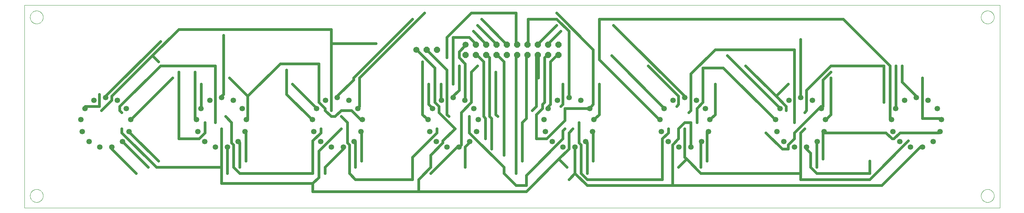
<source format=gbl>
G75*
%MOIN*%
%OFA0B0*%
%FSLAX25Y25*%
%IPPOS*%
%LPD*%
%AMOC8*
5,1,8,0,0,1.08239X$1,22.5*
%
%ADD10C,0.00000*%
%ADD11C,0.05307*%
%ADD12C,0.05937*%
%ADD13OC8,0.05937*%
%ADD14C,0.02500*%
%ADD15C,0.02400*%
D10*
X0001000Y0001000D02*
X0001000Y0197850D01*
X0945882Y0197850D01*
X0945882Y0001000D01*
X0001000Y0001000D01*
X0006512Y0012811D02*
X0006514Y0012969D01*
X0006520Y0013127D01*
X0006530Y0013285D01*
X0006544Y0013443D01*
X0006562Y0013600D01*
X0006583Y0013757D01*
X0006609Y0013913D01*
X0006639Y0014069D01*
X0006672Y0014224D01*
X0006710Y0014377D01*
X0006751Y0014530D01*
X0006796Y0014682D01*
X0006845Y0014833D01*
X0006898Y0014982D01*
X0006954Y0015130D01*
X0007014Y0015276D01*
X0007078Y0015421D01*
X0007146Y0015564D01*
X0007217Y0015706D01*
X0007291Y0015846D01*
X0007369Y0015983D01*
X0007451Y0016119D01*
X0007535Y0016253D01*
X0007624Y0016384D01*
X0007715Y0016513D01*
X0007810Y0016640D01*
X0007907Y0016765D01*
X0008008Y0016887D01*
X0008112Y0017006D01*
X0008219Y0017123D01*
X0008329Y0017237D01*
X0008442Y0017348D01*
X0008557Y0017457D01*
X0008675Y0017562D01*
X0008796Y0017664D01*
X0008919Y0017764D01*
X0009045Y0017860D01*
X0009173Y0017953D01*
X0009303Y0018043D01*
X0009436Y0018129D01*
X0009571Y0018213D01*
X0009707Y0018292D01*
X0009846Y0018369D01*
X0009987Y0018441D01*
X0010129Y0018511D01*
X0010273Y0018576D01*
X0010419Y0018638D01*
X0010566Y0018696D01*
X0010715Y0018751D01*
X0010865Y0018802D01*
X0011016Y0018849D01*
X0011168Y0018892D01*
X0011321Y0018931D01*
X0011476Y0018967D01*
X0011631Y0018998D01*
X0011787Y0019026D01*
X0011943Y0019050D01*
X0012100Y0019070D01*
X0012258Y0019086D01*
X0012415Y0019098D01*
X0012574Y0019106D01*
X0012732Y0019110D01*
X0012890Y0019110D01*
X0013048Y0019106D01*
X0013207Y0019098D01*
X0013364Y0019086D01*
X0013522Y0019070D01*
X0013679Y0019050D01*
X0013835Y0019026D01*
X0013991Y0018998D01*
X0014146Y0018967D01*
X0014301Y0018931D01*
X0014454Y0018892D01*
X0014606Y0018849D01*
X0014757Y0018802D01*
X0014907Y0018751D01*
X0015056Y0018696D01*
X0015203Y0018638D01*
X0015349Y0018576D01*
X0015493Y0018511D01*
X0015635Y0018441D01*
X0015776Y0018369D01*
X0015915Y0018292D01*
X0016051Y0018213D01*
X0016186Y0018129D01*
X0016319Y0018043D01*
X0016449Y0017953D01*
X0016577Y0017860D01*
X0016703Y0017764D01*
X0016826Y0017664D01*
X0016947Y0017562D01*
X0017065Y0017457D01*
X0017180Y0017348D01*
X0017293Y0017237D01*
X0017403Y0017123D01*
X0017510Y0017006D01*
X0017614Y0016887D01*
X0017715Y0016765D01*
X0017812Y0016640D01*
X0017907Y0016513D01*
X0017998Y0016384D01*
X0018087Y0016253D01*
X0018171Y0016119D01*
X0018253Y0015983D01*
X0018331Y0015846D01*
X0018405Y0015706D01*
X0018476Y0015564D01*
X0018544Y0015421D01*
X0018608Y0015276D01*
X0018668Y0015130D01*
X0018724Y0014982D01*
X0018777Y0014833D01*
X0018826Y0014682D01*
X0018871Y0014530D01*
X0018912Y0014377D01*
X0018950Y0014224D01*
X0018983Y0014069D01*
X0019013Y0013913D01*
X0019039Y0013757D01*
X0019060Y0013600D01*
X0019078Y0013443D01*
X0019092Y0013285D01*
X0019102Y0013127D01*
X0019108Y0012969D01*
X0019110Y0012811D01*
X0019108Y0012653D01*
X0019102Y0012495D01*
X0019092Y0012337D01*
X0019078Y0012179D01*
X0019060Y0012022D01*
X0019039Y0011865D01*
X0019013Y0011709D01*
X0018983Y0011553D01*
X0018950Y0011398D01*
X0018912Y0011245D01*
X0018871Y0011092D01*
X0018826Y0010940D01*
X0018777Y0010789D01*
X0018724Y0010640D01*
X0018668Y0010492D01*
X0018608Y0010346D01*
X0018544Y0010201D01*
X0018476Y0010058D01*
X0018405Y0009916D01*
X0018331Y0009776D01*
X0018253Y0009639D01*
X0018171Y0009503D01*
X0018087Y0009369D01*
X0017998Y0009238D01*
X0017907Y0009109D01*
X0017812Y0008982D01*
X0017715Y0008857D01*
X0017614Y0008735D01*
X0017510Y0008616D01*
X0017403Y0008499D01*
X0017293Y0008385D01*
X0017180Y0008274D01*
X0017065Y0008165D01*
X0016947Y0008060D01*
X0016826Y0007958D01*
X0016703Y0007858D01*
X0016577Y0007762D01*
X0016449Y0007669D01*
X0016319Y0007579D01*
X0016186Y0007493D01*
X0016051Y0007409D01*
X0015915Y0007330D01*
X0015776Y0007253D01*
X0015635Y0007181D01*
X0015493Y0007111D01*
X0015349Y0007046D01*
X0015203Y0006984D01*
X0015056Y0006926D01*
X0014907Y0006871D01*
X0014757Y0006820D01*
X0014606Y0006773D01*
X0014454Y0006730D01*
X0014301Y0006691D01*
X0014146Y0006655D01*
X0013991Y0006624D01*
X0013835Y0006596D01*
X0013679Y0006572D01*
X0013522Y0006552D01*
X0013364Y0006536D01*
X0013207Y0006524D01*
X0013048Y0006516D01*
X0012890Y0006512D01*
X0012732Y0006512D01*
X0012574Y0006516D01*
X0012415Y0006524D01*
X0012258Y0006536D01*
X0012100Y0006552D01*
X0011943Y0006572D01*
X0011787Y0006596D01*
X0011631Y0006624D01*
X0011476Y0006655D01*
X0011321Y0006691D01*
X0011168Y0006730D01*
X0011016Y0006773D01*
X0010865Y0006820D01*
X0010715Y0006871D01*
X0010566Y0006926D01*
X0010419Y0006984D01*
X0010273Y0007046D01*
X0010129Y0007111D01*
X0009987Y0007181D01*
X0009846Y0007253D01*
X0009707Y0007330D01*
X0009571Y0007409D01*
X0009436Y0007493D01*
X0009303Y0007579D01*
X0009173Y0007669D01*
X0009045Y0007762D01*
X0008919Y0007858D01*
X0008796Y0007958D01*
X0008675Y0008060D01*
X0008557Y0008165D01*
X0008442Y0008274D01*
X0008329Y0008385D01*
X0008219Y0008499D01*
X0008112Y0008616D01*
X0008008Y0008735D01*
X0007907Y0008857D01*
X0007810Y0008982D01*
X0007715Y0009109D01*
X0007624Y0009238D01*
X0007535Y0009369D01*
X0007451Y0009503D01*
X0007369Y0009639D01*
X0007291Y0009776D01*
X0007217Y0009916D01*
X0007146Y0010058D01*
X0007078Y0010201D01*
X0007014Y0010346D01*
X0006954Y0010492D01*
X0006898Y0010640D01*
X0006845Y0010789D01*
X0006796Y0010940D01*
X0006751Y0011092D01*
X0006710Y0011245D01*
X0006672Y0011398D01*
X0006639Y0011553D01*
X0006609Y0011709D01*
X0006583Y0011865D01*
X0006562Y0012022D01*
X0006544Y0012179D01*
X0006530Y0012337D01*
X0006520Y0012495D01*
X0006514Y0012653D01*
X0006512Y0012811D01*
X0006512Y0186039D02*
X0006514Y0186197D01*
X0006520Y0186355D01*
X0006530Y0186513D01*
X0006544Y0186671D01*
X0006562Y0186828D01*
X0006583Y0186985D01*
X0006609Y0187141D01*
X0006639Y0187297D01*
X0006672Y0187452D01*
X0006710Y0187605D01*
X0006751Y0187758D01*
X0006796Y0187910D01*
X0006845Y0188061D01*
X0006898Y0188210D01*
X0006954Y0188358D01*
X0007014Y0188504D01*
X0007078Y0188649D01*
X0007146Y0188792D01*
X0007217Y0188934D01*
X0007291Y0189074D01*
X0007369Y0189211D01*
X0007451Y0189347D01*
X0007535Y0189481D01*
X0007624Y0189612D01*
X0007715Y0189741D01*
X0007810Y0189868D01*
X0007907Y0189993D01*
X0008008Y0190115D01*
X0008112Y0190234D01*
X0008219Y0190351D01*
X0008329Y0190465D01*
X0008442Y0190576D01*
X0008557Y0190685D01*
X0008675Y0190790D01*
X0008796Y0190892D01*
X0008919Y0190992D01*
X0009045Y0191088D01*
X0009173Y0191181D01*
X0009303Y0191271D01*
X0009436Y0191357D01*
X0009571Y0191441D01*
X0009707Y0191520D01*
X0009846Y0191597D01*
X0009987Y0191669D01*
X0010129Y0191739D01*
X0010273Y0191804D01*
X0010419Y0191866D01*
X0010566Y0191924D01*
X0010715Y0191979D01*
X0010865Y0192030D01*
X0011016Y0192077D01*
X0011168Y0192120D01*
X0011321Y0192159D01*
X0011476Y0192195D01*
X0011631Y0192226D01*
X0011787Y0192254D01*
X0011943Y0192278D01*
X0012100Y0192298D01*
X0012258Y0192314D01*
X0012415Y0192326D01*
X0012574Y0192334D01*
X0012732Y0192338D01*
X0012890Y0192338D01*
X0013048Y0192334D01*
X0013207Y0192326D01*
X0013364Y0192314D01*
X0013522Y0192298D01*
X0013679Y0192278D01*
X0013835Y0192254D01*
X0013991Y0192226D01*
X0014146Y0192195D01*
X0014301Y0192159D01*
X0014454Y0192120D01*
X0014606Y0192077D01*
X0014757Y0192030D01*
X0014907Y0191979D01*
X0015056Y0191924D01*
X0015203Y0191866D01*
X0015349Y0191804D01*
X0015493Y0191739D01*
X0015635Y0191669D01*
X0015776Y0191597D01*
X0015915Y0191520D01*
X0016051Y0191441D01*
X0016186Y0191357D01*
X0016319Y0191271D01*
X0016449Y0191181D01*
X0016577Y0191088D01*
X0016703Y0190992D01*
X0016826Y0190892D01*
X0016947Y0190790D01*
X0017065Y0190685D01*
X0017180Y0190576D01*
X0017293Y0190465D01*
X0017403Y0190351D01*
X0017510Y0190234D01*
X0017614Y0190115D01*
X0017715Y0189993D01*
X0017812Y0189868D01*
X0017907Y0189741D01*
X0017998Y0189612D01*
X0018087Y0189481D01*
X0018171Y0189347D01*
X0018253Y0189211D01*
X0018331Y0189074D01*
X0018405Y0188934D01*
X0018476Y0188792D01*
X0018544Y0188649D01*
X0018608Y0188504D01*
X0018668Y0188358D01*
X0018724Y0188210D01*
X0018777Y0188061D01*
X0018826Y0187910D01*
X0018871Y0187758D01*
X0018912Y0187605D01*
X0018950Y0187452D01*
X0018983Y0187297D01*
X0019013Y0187141D01*
X0019039Y0186985D01*
X0019060Y0186828D01*
X0019078Y0186671D01*
X0019092Y0186513D01*
X0019102Y0186355D01*
X0019108Y0186197D01*
X0019110Y0186039D01*
X0019108Y0185881D01*
X0019102Y0185723D01*
X0019092Y0185565D01*
X0019078Y0185407D01*
X0019060Y0185250D01*
X0019039Y0185093D01*
X0019013Y0184937D01*
X0018983Y0184781D01*
X0018950Y0184626D01*
X0018912Y0184473D01*
X0018871Y0184320D01*
X0018826Y0184168D01*
X0018777Y0184017D01*
X0018724Y0183868D01*
X0018668Y0183720D01*
X0018608Y0183574D01*
X0018544Y0183429D01*
X0018476Y0183286D01*
X0018405Y0183144D01*
X0018331Y0183004D01*
X0018253Y0182867D01*
X0018171Y0182731D01*
X0018087Y0182597D01*
X0017998Y0182466D01*
X0017907Y0182337D01*
X0017812Y0182210D01*
X0017715Y0182085D01*
X0017614Y0181963D01*
X0017510Y0181844D01*
X0017403Y0181727D01*
X0017293Y0181613D01*
X0017180Y0181502D01*
X0017065Y0181393D01*
X0016947Y0181288D01*
X0016826Y0181186D01*
X0016703Y0181086D01*
X0016577Y0180990D01*
X0016449Y0180897D01*
X0016319Y0180807D01*
X0016186Y0180721D01*
X0016051Y0180637D01*
X0015915Y0180558D01*
X0015776Y0180481D01*
X0015635Y0180409D01*
X0015493Y0180339D01*
X0015349Y0180274D01*
X0015203Y0180212D01*
X0015056Y0180154D01*
X0014907Y0180099D01*
X0014757Y0180048D01*
X0014606Y0180001D01*
X0014454Y0179958D01*
X0014301Y0179919D01*
X0014146Y0179883D01*
X0013991Y0179852D01*
X0013835Y0179824D01*
X0013679Y0179800D01*
X0013522Y0179780D01*
X0013364Y0179764D01*
X0013207Y0179752D01*
X0013048Y0179744D01*
X0012890Y0179740D01*
X0012732Y0179740D01*
X0012574Y0179744D01*
X0012415Y0179752D01*
X0012258Y0179764D01*
X0012100Y0179780D01*
X0011943Y0179800D01*
X0011787Y0179824D01*
X0011631Y0179852D01*
X0011476Y0179883D01*
X0011321Y0179919D01*
X0011168Y0179958D01*
X0011016Y0180001D01*
X0010865Y0180048D01*
X0010715Y0180099D01*
X0010566Y0180154D01*
X0010419Y0180212D01*
X0010273Y0180274D01*
X0010129Y0180339D01*
X0009987Y0180409D01*
X0009846Y0180481D01*
X0009707Y0180558D01*
X0009571Y0180637D01*
X0009436Y0180721D01*
X0009303Y0180807D01*
X0009173Y0180897D01*
X0009045Y0180990D01*
X0008919Y0181086D01*
X0008796Y0181186D01*
X0008675Y0181288D01*
X0008557Y0181393D01*
X0008442Y0181502D01*
X0008329Y0181613D01*
X0008219Y0181727D01*
X0008112Y0181844D01*
X0008008Y0181963D01*
X0007907Y0182085D01*
X0007810Y0182210D01*
X0007715Y0182337D01*
X0007624Y0182466D01*
X0007535Y0182597D01*
X0007451Y0182731D01*
X0007369Y0182867D01*
X0007291Y0183004D01*
X0007217Y0183144D01*
X0007146Y0183286D01*
X0007078Y0183429D01*
X0007014Y0183574D01*
X0006954Y0183720D01*
X0006898Y0183868D01*
X0006845Y0184017D01*
X0006796Y0184168D01*
X0006751Y0184320D01*
X0006710Y0184473D01*
X0006672Y0184626D01*
X0006639Y0184781D01*
X0006609Y0184937D01*
X0006583Y0185093D01*
X0006562Y0185250D01*
X0006544Y0185407D01*
X0006530Y0185565D01*
X0006520Y0185723D01*
X0006514Y0185881D01*
X0006512Y0186039D01*
X0927772Y0186039D02*
X0927774Y0186197D01*
X0927780Y0186355D01*
X0927790Y0186513D01*
X0927804Y0186671D01*
X0927822Y0186828D01*
X0927843Y0186985D01*
X0927869Y0187141D01*
X0927899Y0187297D01*
X0927932Y0187452D01*
X0927970Y0187605D01*
X0928011Y0187758D01*
X0928056Y0187910D01*
X0928105Y0188061D01*
X0928158Y0188210D01*
X0928214Y0188358D01*
X0928274Y0188504D01*
X0928338Y0188649D01*
X0928406Y0188792D01*
X0928477Y0188934D01*
X0928551Y0189074D01*
X0928629Y0189211D01*
X0928711Y0189347D01*
X0928795Y0189481D01*
X0928884Y0189612D01*
X0928975Y0189741D01*
X0929070Y0189868D01*
X0929167Y0189993D01*
X0929268Y0190115D01*
X0929372Y0190234D01*
X0929479Y0190351D01*
X0929589Y0190465D01*
X0929702Y0190576D01*
X0929817Y0190685D01*
X0929935Y0190790D01*
X0930056Y0190892D01*
X0930179Y0190992D01*
X0930305Y0191088D01*
X0930433Y0191181D01*
X0930563Y0191271D01*
X0930696Y0191357D01*
X0930831Y0191441D01*
X0930967Y0191520D01*
X0931106Y0191597D01*
X0931247Y0191669D01*
X0931389Y0191739D01*
X0931533Y0191804D01*
X0931679Y0191866D01*
X0931826Y0191924D01*
X0931975Y0191979D01*
X0932125Y0192030D01*
X0932276Y0192077D01*
X0932428Y0192120D01*
X0932581Y0192159D01*
X0932736Y0192195D01*
X0932891Y0192226D01*
X0933047Y0192254D01*
X0933203Y0192278D01*
X0933360Y0192298D01*
X0933518Y0192314D01*
X0933675Y0192326D01*
X0933834Y0192334D01*
X0933992Y0192338D01*
X0934150Y0192338D01*
X0934308Y0192334D01*
X0934467Y0192326D01*
X0934624Y0192314D01*
X0934782Y0192298D01*
X0934939Y0192278D01*
X0935095Y0192254D01*
X0935251Y0192226D01*
X0935406Y0192195D01*
X0935561Y0192159D01*
X0935714Y0192120D01*
X0935866Y0192077D01*
X0936017Y0192030D01*
X0936167Y0191979D01*
X0936316Y0191924D01*
X0936463Y0191866D01*
X0936609Y0191804D01*
X0936753Y0191739D01*
X0936895Y0191669D01*
X0937036Y0191597D01*
X0937175Y0191520D01*
X0937311Y0191441D01*
X0937446Y0191357D01*
X0937579Y0191271D01*
X0937709Y0191181D01*
X0937837Y0191088D01*
X0937963Y0190992D01*
X0938086Y0190892D01*
X0938207Y0190790D01*
X0938325Y0190685D01*
X0938440Y0190576D01*
X0938553Y0190465D01*
X0938663Y0190351D01*
X0938770Y0190234D01*
X0938874Y0190115D01*
X0938975Y0189993D01*
X0939072Y0189868D01*
X0939167Y0189741D01*
X0939258Y0189612D01*
X0939347Y0189481D01*
X0939431Y0189347D01*
X0939513Y0189211D01*
X0939591Y0189074D01*
X0939665Y0188934D01*
X0939736Y0188792D01*
X0939804Y0188649D01*
X0939868Y0188504D01*
X0939928Y0188358D01*
X0939984Y0188210D01*
X0940037Y0188061D01*
X0940086Y0187910D01*
X0940131Y0187758D01*
X0940172Y0187605D01*
X0940210Y0187452D01*
X0940243Y0187297D01*
X0940273Y0187141D01*
X0940299Y0186985D01*
X0940320Y0186828D01*
X0940338Y0186671D01*
X0940352Y0186513D01*
X0940362Y0186355D01*
X0940368Y0186197D01*
X0940370Y0186039D01*
X0940368Y0185881D01*
X0940362Y0185723D01*
X0940352Y0185565D01*
X0940338Y0185407D01*
X0940320Y0185250D01*
X0940299Y0185093D01*
X0940273Y0184937D01*
X0940243Y0184781D01*
X0940210Y0184626D01*
X0940172Y0184473D01*
X0940131Y0184320D01*
X0940086Y0184168D01*
X0940037Y0184017D01*
X0939984Y0183868D01*
X0939928Y0183720D01*
X0939868Y0183574D01*
X0939804Y0183429D01*
X0939736Y0183286D01*
X0939665Y0183144D01*
X0939591Y0183004D01*
X0939513Y0182867D01*
X0939431Y0182731D01*
X0939347Y0182597D01*
X0939258Y0182466D01*
X0939167Y0182337D01*
X0939072Y0182210D01*
X0938975Y0182085D01*
X0938874Y0181963D01*
X0938770Y0181844D01*
X0938663Y0181727D01*
X0938553Y0181613D01*
X0938440Y0181502D01*
X0938325Y0181393D01*
X0938207Y0181288D01*
X0938086Y0181186D01*
X0937963Y0181086D01*
X0937837Y0180990D01*
X0937709Y0180897D01*
X0937579Y0180807D01*
X0937446Y0180721D01*
X0937311Y0180637D01*
X0937175Y0180558D01*
X0937036Y0180481D01*
X0936895Y0180409D01*
X0936753Y0180339D01*
X0936609Y0180274D01*
X0936463Y0180212D01*
X0936316Y0180154D01*
X0936167Y0180099D01*
X0936017Y0180048D01*
X0935866Y0180001D01*
X0935714Y0179958D01*
X0935561Y0179919D01*
X0935406Y0179883D01*
X0935251Y0179852D01*
X0935095Y0179824D01*
X0934939Y0179800D01*
X0934782Y0179780D01*
X0934624Y0179764D01*
X0934467Y0179752D01*
X0934308Y0179744D01*
X0934150Y0179740D01*
X0933992Y0179740D01*
X0933834Y0179744D01*
X0933675Y0179752D01*
X0933518Y0179764D01*
X0933360Y0179780D01*
X0933203Y0179800D01*
X0933047Y0179824D01*
X0932891Y0179852D01*
X0932736Y0179883D01*
X0932581Y0179919D01*
X0932428Y0179958D01*
X0932276Y0180001D01*
X0932125Y0180048D01*
X0931975Y0180099D01*
X0931826Y0180154D01*
X0931679Y0180212D01*
X0931533Y0180274D01*
X0931389Y0180339D01*
X0931247Y0180409D01*
X0931106Y0180481D01*
X0930967Y0180558D01*
X0930831Y0180637D01*
X0930696Y0180721D01*
X0930563Y0180807D01*
X0930433Y0180897D01*
X0930305Y0180990D01*
X0930179Y0181086D01*
X0930056Y0181186D01*
X0929935Y0181288D01*
X0929817Y0181393D01*
X0929702Y0181502D01*
X0929589Y0181613D01*
X0929479Y0181727D01*
X0929372Y0181844D01*
X0929268Y0181963D01*
X0929167Y0182085D01*
X0929070Y0182210D01*
X0928975Y0182337D01*
X0928884Y0182466D01*
X0928795Y0182597D01*
X0928711Y0182731D01*
X0928629Y0182867D01*
X0928551Y0183004D01*
X0928477Y0183144D01*
X0928406Y0183286D01*
X0928338Y0183429D01*
X0928274Y0183574D01*
X0928214Y0183720D01*
X0928158Y0183868D01*
X0928105Y0184017D01*
X0928056Y0184168D01*
X0928011Y0184320D01*
X0927970Y0184473D01*
X0927932Y0184626D01*
X0927899Y0184781D01*
X0927869Y0184937D01*
X0927843Y0185093D01*
X0927822Y0185250D01*
X0927804Y0185407D01*
X0927790Y0185565D01*
X0927780Y0185723D01*
X0927774Y0185881D01*
X0927772Y0186039D01*
X0927772Y0012811D02*
X0927774Y0012969D01*
X0927780Y0013127D01*
X0927790Y0013285D01*
X0927804Y0013443D01*
X0927822Y0013600D01*
X0927843Y0013757D01*
X0927869Y0013913D01*
X0927899Y0014069D01*
X0927932Y0014224D01*
X0927970Y0014377D01*
X0928011Y0014530D01*
X0928056Y0014682D01*
X0928105Y0014833D01*
X0928158Y0014982D01*
X0928214Y0015130D01*
X0928274Y0015276D01*
X0928338Y0015421D01*
X0928406Y0015564D01*
X0928477Y0015706D01*
X0928551Y0015846D01*
X0928629Y0015983D01*
X0928711Y0016119D01*
X0928795Y0016253D01*
X0928884Y0016384D01*
X0928975Y0016513D01*
X0929070Y0016640D01*
X0929167Y0016765D01*
X0929268Y0016887D01*
X0929372Y0017006D01*
X0929479Y0017123D01*
X0929589Y0017237D01*
X0929702Y0017348D01*
X0929817Y0017457D01*
X0929935Y0017562D01*
X0930056Y0017664D01*
X0930179Y0017764D01*
X0930305Y0017860D01*
X0930433Y0017953D01*
X0930563Y0018043D01*
X0930696Y0018129D01*
X0930831Y0018213D01*
X0930967Y0018292D01*
X0931106Y0018369D01*
X0931247Y0018441D01*
X0931389Y0018511D01*
X0931533Y0018576D01*
X0931679Y0018638D01*
X0931826Y0018696D01*
X0931975Y0018751D01*
X0932125Y0018802D01*
X0932276Y0018849D01*
X0932428Y0018892D01*
X0932581Y0018931D01*
X0932736Y0018967D01*
X0932891Y0018998D01*
X0933047Y0019026D01*
X0933203Y0019050D01*
X0933360Y0019070D01*
X0933518Y0019086D01*
X0933675Y0019098D01*
X0933834Y0019106D01*
X0933992Y0019110D01*
X0934150Y0019110D01*
X0934308Y0019106D01*
X0934467Y0019098D01*
X0934624Y0019086D01*
X0934782Y0019070D01*
X0934939Y0019050D01*
X0935095Y0019026D01*
X0935251Y0018998D01*
X0935406Y0018967D01*
X0935561Y0018931D01*
X0935714Y0018892D01*
X0935866Y0018849D01*
X0936017Y0018802D01*
X0936167Y0018751D01*
X0936316Y0018696D01*
X0936463Y0018638D01*
X0936609Y0018576D01*
X0936753Y0018511D01*
X0936895Y0018441D01*
X0937036Y0018369D01*
X0937175Y0018292D01*
X0937311Y0018213D01*
X0937446Y0018129D01*
X0937579Y0018043D01*
X0937709Y0017953D01*
X0937837Y0017860D01*
X0937963Y0017764D01*
X0938086Y0017664D01*
X0938207Y0017562D01*
X0938325Y0017457D01*
X0938440Y0017348D01*
X0938553Y0017237D01*
X0938663Y0017123D01*
X0938770Y0017006D01*
X0938874Y0016887D01*
X0938975Y0016765D01*
X0939072Y0016640D01*
X0939167Y0016513D01*
X0939258Y0016384D01*
X0939347Y0016253D01*
X0939431Y0016119D01*
X0939513Y0015983D01*
X0939591Y0015846D01*
X0939665Y0015706D01*
X0939736Y0015564D01*
X0939804Y0015421D01*
X0939868Y0015276D01*
X0939928Y0015130D01*
X0939984Y0014982D01*
X0940037Y0014833D01*
X0940086Y0014682D01*
X0940131Y0014530D01*
X0940172Y0014377D01*
X0940210Y0014224D01*
X0940243Y0014069D01*
X0940273Y0013913D01*
X0940299Y0013757D01*
X0940320Y0013600D01*
X0940338Y0013443D01*
X0940352Y0013285D01*
X0940362Y0013127D01*
X0940368Y0012969D01*
X0940370Y0012811D01*
X0940368Y0012653D01*
X0940362Y0012495D01*
X0940352Y0012337D01*
X0940338Y0012179D01*
X0940320Y0012022D01*
X0940299Y0011865D01*
X0940273Y0011709D01*
X0940243Y0011553D01*
X0940210Y0011398D01*
X0940172Y0011245D01*
X0940131Y0011092D01*
X0940086Y0010940D01*
X0940037Y0010789D01*
X0939984Y0010640D01*
X0939928Y0010492D01*
X0939868Y0010346D01*
X0939804Y0010201D01*
X0939736Y0010058D01*
X0939665Y0009916D01*
X0939591Y0009776D01*
X0939513Y0009639D01*
X0939431Y0009503D01*
X0939347Y0009369D01*
X0939258Y0009238D01*
X0939167Y0009109D01*
X0939072Y0008982D01*
X0938975Y0008857D01*
X0938874Y0008735D01*
X0938770Y0008616D01*
X0938663Y0008499D01*
X0938553Y0008385D01*
X0938440Y0008274D01*
X0938325Y0008165D01*
X0938207Y0008060D01*
X0938086Y0007958D01*
X0937963Y0007858D01*
X0937837Y0007762D01*
X0937709Y0007669D01*
X0937579Y0007579D01*
X0937446Y0007493D01*
X0937311Y0007409D01*
X0937175Y0007330D01*
X0937036Y0007253D01*
X0936895Y0007181D01*
X0936753Y0007111D01*
X0936609Y0007046D01*
X0936463Y0006984D01*
X0936316Y0006926D01*
X0936167Y0006871D01*
X0936017Y0006820D01*
X0935866Y0006773D01*
X0935714Y0006730D01*
X0935561Y0006691D01*
X0935406Y0006655D01*
X0935251Y0006624D01*
X0935095Y0006596D01*
X0934939Y0006572D01*
X0934782Y0006552D01*
X0934624Y0006536D01*
X0934467Y0006524D01*
X0934308Y0006516D01*
X0934150Y0006512D01*
X0933992Y0006512D01*
X0933834Y0006516D01*
X0933675Y0006524D01*
X0933518Y0006536D01*
X0933360Y0006552D01*
X0933203Y0006572D01*
X0933047Y0006596D01*
X0932891Y0006624D01*
X0932736Y0006655D01*
X0932581Y0006691D01*
X0932428Y0006730D01*
X0932276Y0006773D01*
X0932125Y0006820D01*
X0931975Y0006871D01*
X0931826Y0006926D01*
X0931679Y0006984D01*
X0931533Y0007046D01*
X0931389Y0007111D01*
X0931247Y0007181D01*
X0931106Y0007253D01*
X0930967Y0007330D01*
X0930831Y0007409D01*
X0930696Y0007493D01*
X0930563Y0007579D01*
X0930433Y0007669D01*
X0930305Y0007762D01*
X0930179Y0007858D01*
X0930056Y0007958D01*
X0929935Y0008060D01*
X0929817Y0008165D01*
X0929702Y0008274D01*
X0929589Y0008385D01*
X0929479Y0008499D01*
X0929372Y0008616D01*
X0929268Y0008735D01*
X0929167Y0008857D01*
X0929070Y0008982D01*
X0928975Y0009109D01*
X0928884Y0009238D01*
X0928795Y0009369D01*
X0928711Y0009503D01*
X0928629Y0009639D01*
X0928551Y0009776D01*
X0928477Y0009916D01*
X0928406Y0010058D01*
X0928338Y0010201D01*
X0928274Y0010346D01*
X0928214Y0010492D01*
X0928158Y0010640D01*
X0928105Y0010789D01*
X0928056Y0010940D01*
X0928011Y0011092D01*
X0927970Y0011245D01*
X0927932Y0011398D01*
X0927899Y0011553D01*
X0927869Y0011709D01*
X0927843Y0011865D01*
X0927822Y0012022D01*
X0927804Y0012179D01*
X0927790Y0012337D01*
X0927780Y0012495D01*
X0927774Y0012653D01*
X0927772Y0012811D01*
D11*
X0871005Y0060015D03*
X0859341Y0060015D03*
X0849013Y0065436D03*
X0881333Y0065436D03*
X0887959Y0075035D03*
X0842387Y0075035D03*
X0840981Y0086615D03*
X0889365Y0086615D03*
X0885229Y0097521D03*
X0876498Y0105256D03*
X0865173Y0108047D03*
X0853848Y0105256D03*
X0845117Y0097521D03*
X0777161Y0086615D03*
X0773024Y0097521D03*
X0764294Y0105256D03*
X0752969Y0108047D03*
X0741643Y0105256D03*
X0732913Y0097521D03*
X0728776Y0086615D03*
X0730182Y0075035D03*
X0775755Y0075035D03*
X0769129Y0065436D03*
X0758800Y0060015D03*
X0747137Y0060015D03*
X0736808Y0065436D03*
X0663550Y0075035D03*
X0656924Y0065436D03*
X0646596Y0060015D03*
X0634932Y0060015D03*
X0624604Y0065436D03*
X0617978Y0075035D03*
X0616572Y0086615D03*
X0664956Y0086615D03*
X0660820Y0097521D03*
X0652089Y0105256D03*
X0640764Y0108047D03*
X0629439Y0105256D03*
X0620708Y0097521D03*
X0552751Y0086615D03*
X0504367Y0086615D03*
X0508503Y0097521D03*
X0517234Y0105256D03*
X0528559Y0108047D03*
X0539884Y0105256D03*
X0548615Y0097521D03*
X0440546Y0086615D03*
X0392162Y0086615D03*
X0396298Y0097521D03*
X0405029Y0105256D03*
X0416354Y0108047D03*
X0427680Y0105256D03*
X0436410Y0097521D03*
X0439141Y0075035D03*
X0432515Y0065436D03*
X0422186Y0060015D03*
X0410522Y0060015D03*
X0400194Y0065436D03*
X0393568Y0075035D03*
X0328342Y0086615D03*
X0279957Y0086615D03*
X0284094Y0097521D03*
X0292824Y0105256D03*
X0304150Y0108047D03*
X0315475Y0105256D03*
X0324206Y0097521D03*
X0326936Y0075035D03*
X0320310Y0065436D03*
X0309981Y0060015D03*
X0298318Y0060015D03*
X0287989Y0065436D03*
X0281363Y0075035D03*
X0216137Y0086615D03*
X0167753Y0086615D03*
X0171889Y0097521D03*
X0180620Y0105256D03*
X0191945Y0108047D03*
X0203270Y0105256D03*
X0212001Y0097521D03*
X0214731Y0075035D03*
X0208105Y0065436D03*
X0197777Y0060015D03*
X0186113Y0060015D03*
X0175785Y0065436D03*
X0169159Y0075035D03*
X0103932Y0086615D03*
X0055548Y0086615D03*
X0059684Y0097521D03*
X0068415Y0105256D03*
X0079740Y0108047D03*
X0091065Y0105256D03*
X0099796Y0097521D03*
X0102526Y0075035D03*
X0056954Y0075035D03*
X0063580Y0065436D03*
X0073908Y0060015D03*
X0085572Y0060015D03*
X0095900Y0065436D03*
X0505773Y0075035D03*
X0512399Y0065436D03*
X0522727Y0060015D03*
X0534391Y0060015D03*
X0544719Y0065436D03*
X0551345Y0075035D03*
D12*
X0380764Y0154543D03*
X0428441Y0159543D03*
D13*
X0438441Y0159543D03*
X0448441Y0159543D03*
X0458441Y0159543D03*
X0468441Y0159543D03*
X0478441Y0159543D03*
X0488441Y0159543D03*
X0498441Y0159543D03*
X0508441Y0159543D03*
X0518441Y0159543D03*
X0518441Y0149543D03*
X0508441Y0149543D03*
X0498441Y0149543D03*
X0488441Y0149543D03*
X0478441Y0149543D03*
X0468441Y0149543D03*
X0458441Y0149543D03*
X0448441Y0149543D03*
X0438441Y0149543D03*
X0428441Y0149543D03*
X0400764Y0154543D03*
X0390764Y0154543D03*
D14*
X0410449Y0134858D01*
X0410449Y0126984D01*
X0410449Y0091551D01*
X0412417Y0089583D01*
X0402575Y0093520D02*
X0402575Y0099425D01*
X0398638Y0103362D01*
X0398638Y0136827D01*
X0380921Y0154543D01*
X0380764Y0154543D01*
X0410449Y0146669D02*
X0410449Y0166354D01*
X0434071Y0189976D01*
X0477378Y0189976D01*
X0477378Y0160449D01*
X0478441Y0159543D01*
X0488441Y0159543D02*
X0489189Y0160449D01*
X0489189Y0184071D01*
X0516748Y0184071D01*
X0528559Y0172260D01*
X0528559Y0108047D01*
X0504937Y0103362D02*
X0504937Y0146669D01*
X0506906Y0148638D01*
X0508441Y0149543D01*
X0510843Y0142732D02*
X0516748Y0148638D01*
X0518441Y0149543D01*
X0499031Y0148638D02*
X0498441Y0149543D01*
X0497063Y0148638D01*
X0497063Y0099425D01*
X0493126Y0095488D01*
X0497063Y0091551D02*
X0502969Y0097457D01*
X0502969Y0101394D01*
X0504937Y0103362D01*
X0508874Y0099425D02*
X0508503Y0097521D01*
X0508874Y0099425D02*
X0510843Y0101394D01*
X0510843Y0142732D01*
X0499031Y0148638D02*
X0499031Y0126984D01*
X0522654Y0121079D02*
X0522654Y0101394D01*
X0520685Y0099425D01*
X0524622Y0097457D02*
X0524622Y0085646D01*
X0506906Y0067929D01*
X0497063Y0067929D01*
X0497063Y0091551D01*
X0487220Y0087614D02*
X0487220Y0148638D01*
X0488441Y0149543D01*
X0478441Y0149543D02*
X0477378Y0148638D01*
X0477378Y0034465D01*
X0487220Y0032496D02*
X0522654Y0067929D01*
X0522654Y0075803D01*
X0524622Y0077772D01*
X0528559Y0073835D02*
X0532496Y0077772D01*
X0528559Y0073835D02*
X0528559Y0058087D01*
X0518717Y0048244D01*
X0526591Y0040370D01*
X0534465Y0034465D02*
X0528559Y0028559D01*
X0540370Y0034465D02*
X0546276Y0028559D01*
X0619110Y0028559D01*
X0619110Y0067929D01*
X0625016Y0073835D01*
X0625016Y0077772D01*
X0634858Y0077772D02*
X0640764Y0083677D01*
X0646669Y0083677D01*
X0646669Y0060055D01*
X0646596Y0060015D01*
X0656512Y0063992D02*
X0656924Y0065436D01*
X0656512Y0063992D02*
X0656512Y0040370D01*
X0642732Y0048244D02*
X0634858Y0040370D01*
X0642732Y0048244D02*
X0656512Y0034465D01*
X0752969Y0034465D01*
X0752969Y0028559D01*
X0819898Y0028559D01*
X0857299Y0065961D01*
X0849425Y0073835D02*
X0843520Y0067929D01*
X0841551Y0067929D01*
X0835646Y0073835D01*
X0776591Y0073835D01*
X0775755Y0075035D01*
X0774622Y0073835D01*
X0774622Y0048244D01*
X0762811Y0054150D02*
X0762811Y0040370D01*
X0768717Y0034465D01*
X0819898Y0034465D01*
X0819898Y0046276D01*
X0768717Y0040370D02*
X0768717Y0063992D01*
X0769129Y0065436D01*
X0758800Y0060015D02*
X0758874Y0058087D01*
X0762811Y0054150D01*
X0741157Y0058087D02*
X0741157Y0062024D01*
X0747063Y0067929D01*
X0747063Y0073835D01*
X0772654Y0099425D01*
X0773024Y0097521D01*
X0774622Y0099425D01*
X0774622Y0125016D01*
X0782496Y0132890D01*
X0782496Y0138795D02*
X0833677Y0138795D01*
X0833677Y0103362D01*
X0845488Y0099425D02*
X0845117Y0097521D01*
X0845488Y0099425D02*
X0845488Y0138795D01*
X0839583Y0138795D02*
X0794307Y0184071D01*
X0558087Y0184071D01*
X0558087Y0164386D01*
X0558087Y0144701D01*
X0615173Y0087614D01*
X0616572Y0086615D01*
X0652575Y0083677D02*
X0652575Y0097457D01*
X0658480Y0103362D01*
X0658480Y0136827D01*
X0678165Y0136827D01*
X0727378Y0087614D01*
X0728776Y0086615D01*
X0747063Y0083677D02*
X0747063Y0154543D01*
X0670291Y0154543D01*
X0646669Y0130921D01*
X0646669Y0095488D01*
X0644701Y0093520D01*
X0666354Y0087614D02*
X0670291Y0091551D01*
X0670291Y0121079D01*
X0640764Y0109268D02*
X0640764Y0108047D01*
X0640764Y0109268D02*
X0571866Y0178165D01*
X0552181Y0154543D02*
X0516748Y0189976D01*
X0516748Y0178165D02*
X0499031Y0160449D01*
X0498441Y0159543D01*
X0508441Y0159543D02*
X0508874Y0160449D01*
X0520685Y0172260D01*
X0468441Y0159543D02*
X0443913Y0184071D01*
X0439976Y0178165D02*
X0457693Y0160449D01*
X0458441Y0159543D01*
X0448441Y0159543D02*
X0447850Y0160449D01*
X0436039Y0172260D01*
X0432102Y0166354D02*
X0416354Y0166354D01*
X0416354Y0121079D01*
X0404543Y0121079D02*
X0404543Y0105331D01*
X0405029Y0105256D01*
X0416354Y0108047D02*
X0416354Y0109268D01*
X0422260Y0115173D01*
X0422260Y0138795D01*
X0428165Y0140764D02*
X0422260Y0146669D01*
X0422260Y0152575D01*
X0428165Y0158480D01*
X0428441Y0159543D01*
X0432102Y0166354D02*
X0438008Y0160449D01*
X0438441Y0159543D01*
X0438441Y0149543D02*
X0439976Y0148638D01*
X0445882Y0142732D01*
X0445882Y0089583D01*
X0447850Y0087614D01*
X0447850Y0067929D01*
X0432515Y0065436D02*
X0432102Y0063992D01*
X0428165Y0060055D01*
X0428165Y0040370D01*
X0420291Y0060055D02*
X0394701Y0034465D01*
X0394701Y0040370D02*
X0382890Y0028559D01*
X0382890Y0016748D01*
X0487220Y0016748D01*
X0518717Y0048244D01*
X0483283Y0046276D02*
X0483283Y0083677D01*
X0487220Y0087614D01*
X0459661Y0089583D02*
X0457693Y0091551D01*
X0457693Y0132890D01*
X0439976Y0138795D02*
X0434071Y0132890D01*
X0434071Y0103362D01*
X0424228Y0093520D01*
X0424228Y0062024D01*
X0422260Y0060055D01*
X0422186Y0060015D01*
X0420291Y0060055D01*
X0406512Y0063992D02*
X0394701Y0052181D01*
X0394701Y0040370D01*
X0376984Y0050213D02*
X0400606Y0073835D01*
X0400606Y0077772D01*
X0406512Y0065961D02*
X0418323Y0077772D01*
X0402575Y0093520D01*
X0396298Y0097521D02*
X0394701Y0099425D01*
X0392732Y0101394D01*
X0392732Y0121079D01*
X0325803Y0126984D02*
X0388795Y0189976D01*
X0376984Y0184071D02*
X0319898Y0126984D01*
X0319898Y0125016D01*
X0304150Y0109268D01*
X0304150Y0108047D01*
X0292339Y0097457D02*
X0286433Y0103362D01*
X0286433Y0140764D01*
X0249031Y0140764D01*
X0217535Y0109268D01*
X0217535Y0087614D01*
X0216137Y0086615D01*
X0201787Y0083677D02*
X0201787Y0063992D01*
X0203756Y0062024D01*
X0203756Y0040370D01*
X0209661Y0034465D01*
X0280528Y0034465D01*
X0280528Y0065961D01*
X0288402Y0073835D01*
X0288402Y0077772D01*
X0308087Y0077772D02*
X0286433Y0056118D01*
X0286433Y0030528D01*
X0280528Y0024622D01*
X0280528Y0016748D01*
X0382890Y0016748D01*
X0376984Y0028559D02*
X0376984Y0050213D01*
X0327772Y0046276D02*
X0327772Y0073835D01*
X0326936Y0075035D01*
X0320310Y0065436D02*
X0321866Y0063992D01*
X0321866Y0040370D01*
X0315961Y0034465D02*
X0321866Y0028559D01*
X0376984Y0028559D01*
X0315961Y0034465D02*
X0315961Y0062024D01*
X0313992Y0063992D01*
X0313992Y0083677D01*
X0308087Y0089583D01*
X0308087Y0095488D02*
X0302181Y0089583D01*
X0298244Y0089583D01*
X0292339Y0095488D01*
X0292339Y0097457D01*
X0298244Y0095488D02*
X0298244Y0160449D01*
X0341551Y0160449D01*
X0298244Y0160449D02*
X0298244Y0174228D01*
X0150606Y0174228D01*
X0125016Y0148638D01*
X0130921Y0142732D01*
X0132890Y0138795D02*
X0186039Y0138795D01*
X0186039Y0083677D01*
X0176197Y0083677D02*
X0176197Y0073835D01*
X0170291Y0067929D01*
X0150606Y0067929D01*
X0150606Y0132890D01*
X0166354Y0132890D02*
X0166354Y0087614D01*
X0167753Y0086615D01*
X0195882Y0089583D02*
X0201787Y0083677D01*
X0191945Y0077772D02*
X0191945Y0040370D01*
X0191945Y0024622D01*
X0280528Y0024622D01*
X0292339Y0034465D02*
X0292339Y0040370D01*
X0310055Y0058087D01*
X0309981Y0060015D01*
X0215567Y0046276D02*
X0215567Y0073835D01*
X0214731Y0075035D01*
X0208105Y0065436D02*
X0209661Y0063992D01*
X0209661Y0040370D01*
X0191945Y0040370D02*
X0128953Y0040370D01*
X0095488Y0073835D01*
X0095488Y0077772D01*
X0102526Y0075035D02*
X0103362Y0073835D01*
X0130921Y0046276D01*
X0121079Y0040370D02*
X0097457Y0063992D01*
X0095900Y0065436D01*
X0085572Y0060015D02*
X0085646Y0058087D01*
X0109268Y0034465D01*
X0197850Y0034465D02*
X0197850Y0058087D01*
X0197777Y0060015D01*
X0278559Y0087614D02*
X0279957Y0086615D01*
X0278559Y0087614D02*
X0254937Y0111236D01*
X0254937Y0134858D01*
X0217535Y0109268D02*
X0199819Y0126984D01*
X0172260Y0121079D02*
X0172260Y0099425D01*
X0171889Y0097521D01*
X0191945Y0108047D02*
X0191945Y0109268D01*
X0193913Y0111236D01*
X0193913Y0168323D01*
X0132890Y0162417D02*
X0079740Y0109268D01*
X0079740Y0108047D01*
X0085646Y0109268D02*
X0125016Y0148638D01*
X0132890Y0138795D02*
X0093520Y0099425D01*
X0093520Y0095488D01*
X0095488Y0093520D01*
X0085646Y0105331D02*
X0075803Y0095488D01*
X0073835Y0099425D02*
X0060055Y0099425D01*
X0059684Y0097521D01*
X0073835Y0099425D02*
X0073835Y0111236D01*
X0085646Y0109268D02*
X0085646Y0105331D01*
X0103932Y0086615D02*
X0105331Y0087614D01*
X0144701Y0126984D01*
X0260843Y0121079D02*
X0282496Y0099425D01*
X0284094Y0097521D01*
X0308087Y0095488D02*
X0317929Y0095488D01*
X0327772Y0085646D01*
X0328342Y0086615D01*
X0324206Y0097521D02*
X0325803Y0099425D01*
X0325803Y0126984D01*
X0386827Y0142732D02*
X0386827Y0091551D01*
X0390764Y0087614D01*
X0392162Y0086615D01*
X0432102Y0089583D02*
X0432102Y0073835D01*
X0465567Y0040370D01*
X0465567Y0034465D01*
X0477378Y0022654D01*
X0487220Y0022654D01*
X0487220Y0032496D01*
X0534465Y0034465D02*
X0546276Y0022654D01*
X0628953Y0022654D01*
X0831709Y0022654D01*
X0869110Y0060055D01*
X0871005Y0060015D01*
X0886827Y0073835D02*
X0849425Y0073835D01*
X0886827Y0073835D02*
X0887959Y0075035D01*
X0889365Y0086615D02*
X0888795Y0087614D01*
X0871079Y0087614D01*
X0871079Y0126984D01*
X0865173Y0109268D02*
X0851394Y0123047D01*
X0851394Y0138795D01*
X0839583Y0138795D02*
X0839583Y0087614D01*
X0840981Y0086615D01*
X0782496Y0091551D02*
X0778559Y0087614D01*
X0777161Y0086615D01*
X0782496Y0091551D02*
X0782496Y0126984D01*
X0741157Y0121079D02*
X0729346Y0109268D01*
X0739189Y0099425D01*
X0739189Y0095488D01*
X0732913Y0097521D02*
X0731315Y0099425D01*
X0682102Y0148638D01*
X0699819Y0138795D02*
X0729346Y0109268D01*
X0752969Y0108047D02*
X0752969Y0164386D01*
X0782496Y0138795D02*
X0758874Y0115173D01*
X0758874Y0095488D01*
X0756906Y0093520D01*
X0756906Y0077772D02*
X0752969Y0073835D01*
X0752969Y0034465D01*
X0662417Y0046276D02*
X0662417Y0073835D01*
X0663550Y0075035D01*
X0640764Y0077772D02*
X0640764Y0050213D01*
X0642732Y0048244D01*
X0628953Y0062024D02*
X0634858Y0067929D01*
X0634858Y0077772D01*
X0664956Y0086615D02*
X0666354Y0087614D01*
X0620708Y0097521D02*
X0619110Y0099425D01*
X0569898Y0148638D01*
X0552181Y0154543D02*
X0552181Y0132890D01*
X0552181Y0101394D01*
X0550213Y0099425D01*
X0548615Y0097521D01*
X0548244Y0097457D01*
X0524622Y0097457D01*
X0554150Y0087614D02*
X0558087Y0091551D01*
X0558087Y0121079D01*
X0605331Y0138795D02*
X0634858Y0109268D01*
X0634858Y0101394D01*
X0632890Y0099425D01*
X0554150Y0087614D02*
X0552751Y0086615D01*
X0538402Y0083677D02*
X0538402Y0063992D01*
X0540370Y0062024D01*
X0540370Y0034465D01*
X0534465Y0034465D02*
X0534465Y0058087D01*
X0534391Y0060015D01*
X0544719Y0065436D02*
X0546276Y0063992D01*
X0546276Y0034465D01*
X0552181Y0046276D02*
X0552181Y0073835D01*
X0551345Y0075035D01*
X0628953Y0062024D02*
X0628953Y0022654D01*
X0465567Y0052181D02*
X0465567Y0142732D01*
X0459661Y0148638D01*
X0458441Y0149543D01*
X0451787Y0146669D02*
X0449819Y0148638D01*
X0448441Y0149543D01*
X0451787Y0146669D02*
X0451787Y0089583D01*
X0453756Y0087614D01*
X0453756Y0058087D01*
X0406512Y0063992D02*
X0406512Y0065961D01*
X0427680Y0105256D02*
X0428165Y0105331D01*
X0428165Y0140764D01*
X0719504Y0073835D02*
X0735252Y0058087D01*
X0741157Y0058087D01*
X0865173Y0108047D02*
X0865173Y0109268D01*
D15*
X0833677Y0103362D03*
X0756906Y0093520D03*
X0739189Y0095488D03*
X0747063Y0083677D03*
X0756906Y0077772D03*
X0719504Y0073835D03*
X0652575Y0083677D03*
X0640764Y0077772D03*
X0625016Y0077772D03*
X0644701Y0093520D03*
X0632890Y0099425D03*
X0670291Y0121079D03*
X0741157Y0121079D03*
X0782496Y0126984D03*
X0782496Y0132890D03*
X0845488Y0138795D03*
X0851394Y0138795D03*
X0871079Y0126984D03*
X0699819Y0138795D03*
X0682102Y0148638D03*
X0752969Y0164386D03*
X0605331Y0138795D03*
X0569898Y0148638D03*
X0558087Y0164386D03*
X0520685Y0172260D03*
X0516748Y0178165D03*
X0516748Y0189976D03*
X0571866Y0178165D03*
X0443913Y0184071D03*
X0439976Y0178165D03*
X0436039Y0172260D03*
X0376984Y0184071D03*
X0388795Y0189976D03*
X0341551Y0160449D03*
X0410449Y0146669D03*
X0386827Y0142732D03*
X0422260Y0138795D03*
X0439976Y0138795D03*
X0457693Y0132890D03*
X0499031Y0126984D03*
X0522654Y0121079D03*
X0558087Y0121079D03*
X0552181Y0132890D03*
X0416354Y0121079D03*
X0404543Y0121079D03*
X0392732Y0121079D03*
X0410449Y0126984D03*
X0502969Y0101394D03*
X0520685Y0099425D03*
X0493126Y0095488D03*
X0459661Y0089583D03*
X0483283Y0083677D03*
X0524622Y0077772D03*
X0532496Y0077772D03*
X0538402Y0083677D03*
X0447850Y0067929D03*
X0453756Y0058087D03*
X0465567Y0052181D03*
X0483283Y0046276D03*
X0526591Y0040370D03*
X0546276Y0034465D03*
X0528559Y0028559D03*
X0477378Y0034465D03*
X0428165Y0040370D03*
X0394701Y0034465D03*
X0327772Y0046276D03*
X0321866Y0040370D03*
X0292339Y0034465D03*
X0215567Y0046276D03*
X0209661Y0040370D03*
X0197850Y0034465D03*
X0130921Y0046276D03*
X0121079Y0040370D03*
X0109268Y0034465D03*
X0095488Y0077772D03*
X0095488Y0093520D03*
X0075803Y0095488D03*
X0073835Y0111236D03*
X0144701Y0126984D03*
X0150606Y0132890D03*
X0166354Y0132890D03*
X0199819Y0126984D03*
X0172260Y0121079D03*
X0254937Y0134858D03*
X0260843Y0121079D03*
X0298244Y0095488D03*
X0308087Y0089583D03*
X0308087Y0077772D03*
X0288402Y0077772D03*
X0195882Y0089583D03*
X0186039Y0083677D03*
X0176197Y0083677D03*
X0191945Y0077772D03*
X0400606Y0077772D03*
X0418323Y0077772D03*
X0412417Y0089583D03*
X0432102Y0089583D03*
X0552181Y0046276D03*
X0634858Y0040370D03*
X0656512Y0040370D03*
X0662417Y0046276D03*
X0768717Y0040370D03*
X0774622Y0048244D03*
X0819898Y0046276D03*
X0857299Y0065961D03*
X0193913Y0168323D03*
X0132890Y0162417D03*
X0130921Y0142732D03*
M02*

</source>
